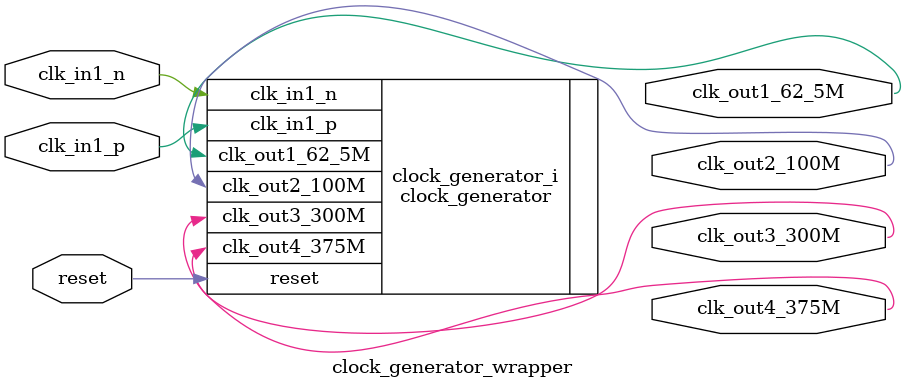
<source format=v>
`timescale 1 ps / 1 ps

module clock_generator_wrapper
   (clk_in1_n,
    clk_in1_p,
    clk_out1_62_5M,
    clk_out2_100M,
    clk_out3_300M,
    clk_out4_375M,
    reset);
  input clk_in1_n;
  input clk_in1_p;
  output clk_out1_62_5M;
  output clk_out2_100M;
  output clk_out3_300M;
  output clk_out4_375M;
  input reset;

  wire clk_in1_n;
  wire clk_in1_p;
  wire clk_out1_62_5M;
  wire clk_out2_100M;
  wire clk_out3_300M;
  wire clk_out4_375M;
  wire reset;

  clock_generator clock_generator_i
       (.clk_in1_n(clk_in1_n),
        .clk_in1_p(clk_in1_p),
        .clk_out1_62_5M(clk_out1_62_5M),
        .clk_out2_100M(clk_out2_100M),
        .clk_out3_300M(clk_out3_300M),
        .clk_out4_375M(clk_out4_375M),
        .reset(reset));
endmodule

</source>
